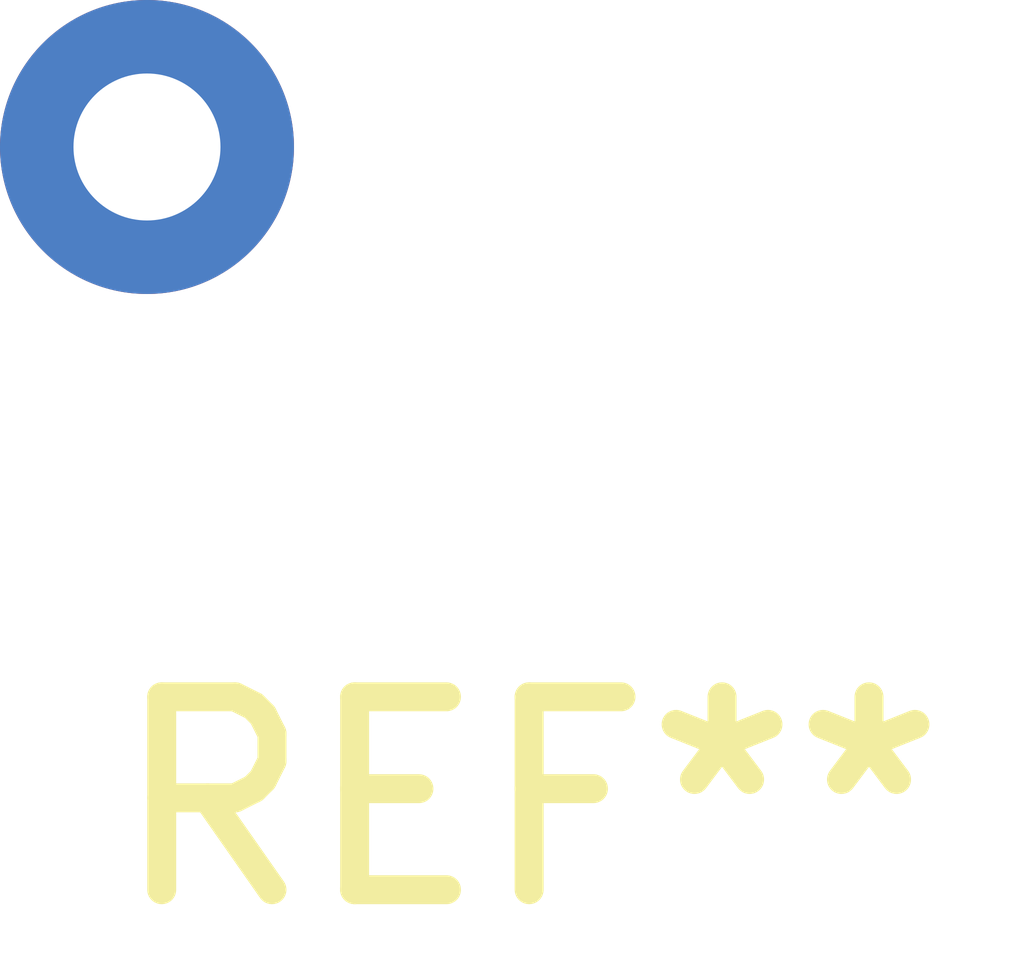
<source format=kicad_pcb>
(kicad_pcb (version 4) (host pcbnew 4.0.7-e2-6376~58~ubuntu16.04.1)

  (general
    (links 0)
    (no_connects 0)
    (area 0 0 0 0)
    (thickness 1.6)
    (drawings 0)
    (tracks 0)
    (zones 0)
    (modules 1)
    (nets 1)
  )

  (page A4)
  (layers
    (0 F.Cu signal)
    (31 B.Cu signal)
    (32 B.Adhes user)
    (33 F.Adhes user)
    (34 B.Paste user)
    (35 F.Paste user)
    (36 B.SilkS user)
    (37 F.SilkS user)
    (38 B.Mask user)
    (39 F.Mask user)
    (40 Dwgs.User user)
    (41 Cmts.User user)
    (42 Eco1.User user)
    (43 Eco2.User user)
    (44 Edge.Cuts user)
    (45 Margin user)
    (46 B.CrtYd user)
    (47 F.CrtYd user)
    (48 B.Fab user)
    (49 F.Fab user)
  )

  (setup
    (last_trace_width 0.25)
    (trace_clearance 0.2)
    (zone_clearance 0.508)
    (zone_45_only no)
    (trace_min 0.2)
    (segment_width 0.2)
    (edge_width 0.15)
    (via_size 0.6)
    (via_drill 0.4)
    (via_min_size 0.4)
    (via_min_drill 0.3)
    (uvia_size 0.3)
    (uvia_drill 0.1)
    (uvias_allowed no)
    (uvia_min_size 0.2)
    (uvia_min_drill 0.1)
    (pcb_text_width 0.3)
    (pcb_text_size 1.5 1.5)
    (mod_edge_width 0.15)
    (mod_text_size 1 1)
    (mod_text_width 0.15)
    (pad_size 1.524 1.524)
    (pad_drill 0.762)
    (pad_to_mask_clearance 0.2)
    (aux_axis_origin 0 0)
    (visible_elements FFFFFF7F)
    (pcbplotparams
      (layerselection 0x00030_80000001)
      (usegerberextensions false)
      (excludeedgelayer true)
      (linewidth 0.100000)
      (plotframeref false)
      (viasonmask false)
      (mode 1)
      (useauxorigin false)
      (hpglpennumber 1)
      (hpglpenspeed 20)
      (hpglpendiameter 15)
      (hpglpenoverlay 2)
      (psnegative false)
      (psa4output false)
      (plotreference true)
      (plotvalue true)
      (plotinvisibletext false)
      (padsonsilk false)
      (subtractmaskfromsilk false)
      (outputformat 1)
      (mirror false)
      (drillshape 1)
      (scaleselection 1)
      (outputdirectory ""))
  )

  (net 0 "")

  (net_class Default "This is the default net class."
    (clearance 0.2)
    (trace_width 0.25)
    (via_dia 0.6)
    (via_drill 0.4)
    (uvia_dia 0.3)
    (uvia_drill 0.1)
  )

  (module SOP28 (layer F.Cu) (tedit 5A42ACB7) (tstamp 5A42B53B)
    (at 0 0)
    (fp_text reference REF** (at 0 0.5) (layer F.SilkS)
      (effects (font (size 1 1) (thickness 0.15)))
    )
    (fp_text value SOP28 (at 0 -0.5) (layer F.Fab)
      (effects (font (size 1 1) (thickness 0.15)))
    )
    (pad 1 thru_hole circle (at -1.9812 -2.8956) (size 1.524 1.524) (drill 0.762) (layers *.Cu *.Mask))
  )

)

</source>
